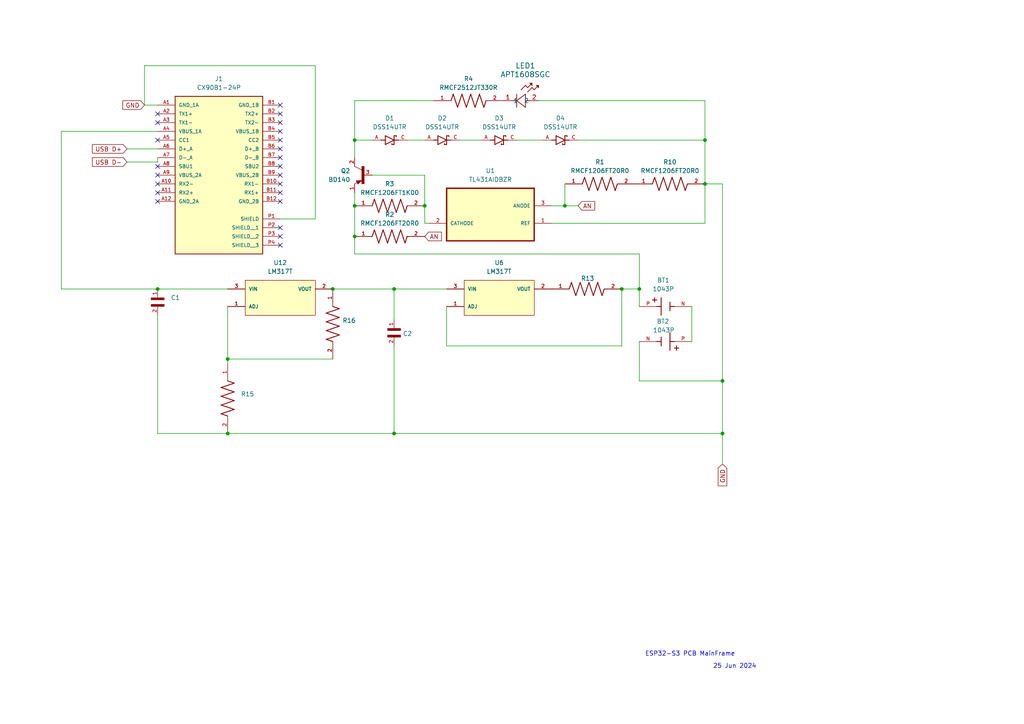
<source format=kicad_sch>
(kicad_sch (version 20231120) (generator "eeschema") (generator_version "8.0")
  (paper "A4")
  (lib_symbols
    (symbol "1043P:1043P" (pin_names (offset 1.016))
      (property "Reference" "BT" (at -3.81 3.81 0))
      (property "Value" "1043P" (at -3.81 -5.08 0))
      (symbol "1043P_0_0"
        (polyline (pts (xy -3.81 1.905) (xy -2.54 1.905)) (stroke (width 0.254)))
        (polyline (pts (xy -3.175 2.54) (xy -3.175 1.27)) (stroke (width 0.254)))
        (polyline (pts (xy -1.27 0) (xy -2.54 0)) (stroke (width 0.254)))
        (polyline (pts (xy -1.27 0) (xy -1.27 -2.54)) (stroke (width 0.254)))
        (polyline (pts (xy -1.27 2.54) (xy -1.27 0)) (stroke (width 0.254)))
        (polyline (pts (xy 1.27 0) (xy 1.27 -1.27)) (stroke (width 0.254)))
        (polyline (pts (xy 1.27 0) (xy 2.54 0)) (stroke (width 0.254)))
        (polyline (pts (xy 1.27 1.27) (xy 1.27 0)) (stroke (width 0.254)))
        (pin passive line (at 7.62 0 180) (length 5.08) (name "~") (number "N"))
        (pin passive line (at -7.62 0 0) (length 5.08) (name "~") (number "P"))
      )
    )
    (symbol "APT1608SGC:APT1608SGC" (pin_names (offset 0.254))
      (property "Reference" "LED" (at 5.08 -4.445 0))
      (property "Value" "APT1608SGC" (at 5.08 -7.62 0))
      (symbol "APT1608SGC_1_1"
        (polyline (pts (xy 3.81 0) (xy 2.54 0)) (stroke (width 0.2032)))
        (polyline (pts (xy 3.81 0) (xy 6.35 -1.905)) (stroke (width 0.2032)))
        (polyline (pts (xy 3.81 1.905) (xy 3.81 -1.905)) (stroke (width 0.2032)))
        (polyline (pts (xy 5.08 3.175) (xy 6.35 4.445)) (stroke (width 0.2032)))
        (polyline (pts (xy 6.35 -1.905) (xy 6.35 1.905)) (stroke (width 0.2032)))
        (polyline (pts (xy 6.35 1.905) (xy 3.81 0)) (stroke (width 0.2032)))
        (polyline (pts (xy 6.35 4.445) (xy 6.985 3.81)) (stroke (width 0.2032)))
        (polyline (pts (xy 6.985 2.54) (xy 8.255 3.81)) (stroke (width 0.2032)))
        (polyline (pts (xy 6.985 3.81) (xy 8.255 5.08)) (stroke (width 0.2032)))
        (polyline (pts (xy 7.62 0) (xy 6.35 0)) (stroke (width 0.2032)))
        (polyline (pts (xy 7.62 5.08) (xy 8.255 4.445)) (stroke (width 0.2032)))
        (polyline (pts (xy 8.255 3.81) (xy 8.89 3.175)) (stroke (width 0.2032)))
        (polyline (pts (xy 8.255 4.445) (xy 8.255 5.08)) (stroke (width 0.2032)))
        (polyline (pts (xy 8.255 5.08) (xy 7.62 5.08)) (stroke (width 0.2032)))
        (polyline (pts (xy 8.89 3.175) (xy 10.16 4.445)) (stroke (width 0.2032)))
        (polyline (pts (xy 9.525 4.445) (xy 10.16 3.81)) (stroke (width 0.2032)))
        (polyline (pts (xy 10.16 3.81) (xy 10.16 4.445)) (stroke (width 0.2032)))
        (polyline (pts (xy 10.16 4.445) (xy 9.525 4.445)) (stroke (width 0.2032)))
        (pin unspecified line (at 0 0 0) (length 2.54) (name "1") (number "1"))
        (pin unspecified line (at 10.16 0 180) (length 2.54) (name "2") (number "2"))
      )
      (symbol "APT1608SGC_1_2"
        (polyline (pts (xy -5.08 -2.54) (xy -4.445 -1.905)) (stroke (width 0.2032)))
        (polyline (pts (xy -5.08 -1.905) (xy -5.08 -2.54)) (stroke (width 0.2032)))
        (polyline (pts (xy -4.445 -3.81) (xy -3.81 -3.175)) (stroke (width 0.2032)))
        (polyline (pts (xy -4.445 -1.905) (xy -5.08 -1.905)) (stroke (width 0.2032)))
        (polyline (pts (xy -4.445 -0.635) (xy -3.81 0)) (stroke (width 0.2032)))
        (polyline (pts (xy -4.445 0) (xy -4.445 -0.635)) (stroke (width 0.2032)))
        (polyline (pts (xy -3.81 -3.175) (xy -5.08 -1.905)) (stroke (width 0.2032)))
        (polyline (pts (xy -3.81 -1.905) (xy -3.175 -1.27)) (stroke (width 0.2032)))
        (polyline (pts (xy -3.81 0) (xy -4.445 0)) (stroke (width 0.2032)))
        (polyline (pts (xy -3.175 -5.08) (xy -4.445 -3.81)) (stroke (width 0.2032)))
        (polyline (pts (xy -3.175 -1.27) (xy -4.445 0)) (stroke (width 0.2032)))
        (polyline (pts (xy -2.54 -3.175) (xy -3.81 -1.905)) (stroke (width 0.2032)))
        (polyline (pts (xy -1.905 -6.35) (xy 1.905 -6.35)) (stroke (width 0.2032)))
        (polyline (pts (xy 0 -7.62) (xy 0 -6.6802)) (stroke (width 0.2032)))
        (polyline (pts (xy 0 -6.985) (xy 0 -6.35)) (stroke (width 0.2032)))
        (polyline (pts (xy 0 -3.81) (xy -1.905 -6.35)) (stroke (width 0.2032)))
        (polyline (pts (xy 0 -3.81) (xy 0 -2.54)) (stroke (width 0.2032)))
        (polyline (pts (xy 1.905 -6.35) (xy 0 -3.81)) (stroke (width 0.2032)))
        (polyline (pts (xy 1.905 -3.81) (xy -1.905 -3.81)) (stroke (width 0.2032)))
        (pin unspecified line (at 0 0 270) (length 2.54) (name "1") (number "1"))
        (pin unspecified line (at 0 -10.16 90) (length 2.54) (name "2") (number "2"))
      )
    )
    (symbol "BD140:BD140" (pin_names (offset 1.016))
      (property "Reference" "Q" (at -10.1838 5.0979 0))
      (property "Value" "BD140" (at -10.1947 -7.6027 0))
      (symbol "BD140_0_0"
        (rectangle (start -0.2544 -2.5441) (end 0.508 2.54) (stroke (width 0.1)) (fill (type outline)))
        (polyline (pts (xy 2.54 -2.54) (xy 0.508 -1.524)) (stroke (width 0.1524)))
        (polyline (pts (xy 2.54 2.54) (xy 1.808 2.124)) (stroke (width 0.1524)))
        (polyline (pts (xy 0.508 1.524) (xy 1.5875 2.6035) (xy 2.0955 1.651) (xy 0.508 1.524)) (stroke (width 0.1524)) (fill (type outline)))
        (pin passive line (at 2.54 5.08 270) (length 2.54) (name "~") (number "1"))
        (pin passive line (at 2.54 -5.08 90) (length 2.54) (name "~") (number "2"))
        (pin passive line (at -2.54 0 0) (length 2.54) (name "~") (number "3"))
      )
    )
    (symbol "CRCW12101K40FKEA:CRCW12101K40FKEA" (pin_names (offset 1.016))
      (property "Reference" "R" (at -7.6244 2.5415 0))
      (property "Value" "CRCW12101K40FKEA" (at -7.63 -5.0866 0))
      (symbol "CRCW12101K40FKEA_0_0"
        (polyline (pts (xy -5.08 0) (xy -4.445 1.905)) (stroke (width 0.254)))
        (polyline (pts (xy -4.445 1.905) (xy -3.175 -1.905)) (stroke (width 0.254)))
        (polyline (pts (xy -3.175 -1.905) (xy -1.905 1.905)) (stroke (width 0.254)))
        (polyline (pts (xy -1.905 1.905) (xy -0.635 -1.905)) (stroke (width 0.254)))
        (polyline (pts (xy -0.635 -1.905) (xy 0.635 1.905)) (stroke (width 0.254)))
        (polyline (pts (xy 0.635 1.905) (xy 1.905 -1.905)) (stroke (width 0.254)))
        (polyline (pts (xy 1.905 -1.905) (xy 3.175 1.905)) (stroke (width 0.254)))
        (polyline (pts (xy 3.175 1.905) (xy 4.445 -1.905)) (stroke (width 0.254)))
        (polyline (pts (xy 4.445 -1.905) (xy 5.08 0)) (stroke (width 0.254)))
        (pin passive line (at -10.16 0 0) (length 5.08) (name "~") (number "1"))
        (pin passive line (at 10.16 0 180) (length 5.08) (name "~") (number "2"))
      )
    )
    (symbol "CRM2512-FX-2R00ELF:CRM2512-FX-2R00ELF" (pin_names (offset 1.016))
      (property "Reference" "R" (at -7.6244 2.5415 0))
      (property "Value" "CRM2512-FX-2R00ELF" (at -7.63 -5.0866 0))
      (symbol "CRM2512-FX-2R00ELF_0_0"
        (polyline (pts (xy -5.08 0) (xy -4.445 1.905)) (stroke (width 0.254)))
        (polyline (pts (xy -4.445 1.905) (xy -3.175 -1.905)) (stroke (width 0.254)))
        (polyline (pts (xy -3.175 -1.905) (xy -1.905 1.905)) (stroke (width 0.254)))
        (polyline (pts (xy -1.905 1.905) (xy -0.635 -1.905)) (stroke (width 0.254)))
        (polyline (pts (xy -0.635 -1.905) (xy 0.635 1.905)) (stroke (width 0.254)))
        (polyline (pts (xy 0.635 1.905) (xy 1.905 -1.905)) (stroke (width 0.254)))
        (polyline (pts (xy 1.905 -1.905) (xy 3.175 1.905)) (stroke (width 0.254)))
        (polyline (pts (xy 3.175 1.905) (xy 4.445 -1.905)) (stroke (width 0.254)))
        (polyline (pts (xy 4.445 -1.905) (xy 5.08 0)) (stroke (width 0.254)))
        (pin passive line (at -10.16 0 0) (length 5.08) (name "~") (number "1"))
        (pin passive line (at 10.16 0 180) (length 5.08) (name "~") (number "2"))
      )
    )
    (symbol "CX90B1-24P:CX90B1-24P" (pin_names (offset 1.016))
      (property "Reference" "J" (at -12.7704 18.3893 0))
      (property "Value" "CX90B1-24P" (at -12.7562 -30.5811 0))
      (symbol "CX90B1-24P_0_0"
        (rectangle (start -12.7 -27.94) (end 12.7 17.78) (stroke (width 0.254)) (fill (type background)))
        (pin power_in line (at -17.78 15.24 0) (length 5.08) (name "GND_1A") (number "A1"))
        (pin input line (at -17.78 -7.62 0) (length 5.08) (name "RX2-") (number "A10"))
        (pin input line (at -17.78 -10.16 0) (length 5.08) (name "RX2+") (number "A11"))
        (pin power_in line (at -17.78 -12.7 0) (length 5.08) (name "GND_2A") (number "A12"))
        (pin output line (at -17.78 12.7 0) (length 5.08) (name "TX1+") (number "A2"))
        (pin output line (at -17.78 10.16 0) (length 5.08) (name "TX1-") (number "A3"))
        (pin power_in line (at -17.78 7.62 0) (length 5.08) (name "VBUS_1A") (number "A4"))
        (pin bidirectional line (at -17.78 5.08 0) (length 5.08) (name "CC1") (number "A5"))
        (pin bidirectional line (at -17.78 2.54 0) (length 5.08) (name "D+_A") (number "A6"))
        (pin bidirectional line (at -17.78 0 0) (length 5.08) (name "D-_A") (number "A7"))
        (pin bidirectional line (at -17.78 -2.54 0) (length 5.08) (name "SBU1") (number "A8"))
        (pin power_in line (at -17.78 -5.08 0) (length 5.08) (name "VBUS_2A") (number "A9"))
        (pin power_in line (at 17.78 15.24 180) (length 5.08) (name "GND_1B") (number "B1"))
        (pin input line (at 17.78 -7.62 180) (length 5.08) (name "RX1-") (number "B10"))
        (pin input line (at 17.78 -10.16 180) (length 5.08) (name "RX1+") (number "B11"))
        (pin power_in line (at 17.78 -12.7 180) (length 5.08) (name "GND_2B") (number "B12"))
        (pin output line (at 17.78 12.7 180) (length 5.08) (name "TX2+") (number "B2"))
        (pin output line (at 17.78 10.16 180) (length 5.08) (name "TX2-") (number "B3"))
        (pin power_in line (at 17.78 7.62 180) (length 5.08) (name "VBUS_1B") (number "B4"))
        (pin bidirectional line (at 17.78 5.08 180) (length 5.08) (name "CC2") (number "B5"))
        (pin bidirectional line (at 17.78 2.54 180) (length 5.08) (name "D+_B") (number "B6"))
        (pin bidirectional line (at 17.78 0 180) (length 5.08) (name "D-_B") (number "B7"))
        (pin bidirectional line (at 17.78 -2.54 180) (length 5.08) (name "SBU2") (number "B8"))
        (pin power_in line (at 17.78 -5.08 180) (length 5.08) (name "VBUS_2B") (number "B9"))
        (pin passive line (at 17.78 -17.78 180) (length 5.08) (name "SHIELD") (number "P1"))
        (pin passive line (at 17.78 -20.32 180) (length 5.08) (name "SHIELD__1") (number "P2"))
        (pin passive line (at 17.78 -22.86 180) (length 5.08) (name "SHIELD__2") (number "P3"))
        (pin passive line (at 17.78 -25.4 180) (length 5.08) (name "SHIELD__3") (number "P4"))
      )
    )
    (symbol "DSS14UTR:DSS14UTR" (pin_names (offset 1.016))
      (property "Reference" "D" (at -5.08 2.54 0))
      (property "Value" "DSS14UTR" (at -5.08 -3.81 0))
      (symbol "DSS14UTR_0_0"
        (polyline (pts (xy -2.54 0) (xy -1.27 0)) (stroke (width 0.254)))
        (polyline (pts (xy -1.27 -1.27) (xy 1.27 0)) (stroke (width 0.254)))
        (polyline (pts (xy -1.27 0) (xy -1.27 -1.27)) (stroke (width 0.254)))
        (polyline (pts (xy -1.27 1.27) (xy -1.27 0)) (stroke (width 0.254)))
        (polyline (pts (xy 0.635 -1.016) (xy 0.635 -1.27)) (stroke (width 0.254)))
        (polyline (pts (xy 1.27 -1.27) (xy 0.635 -1.27)) (stroke (width 0.254)))
        (polyline (pts (xy 1.27 0) (xy -1.27 1.27)) (stroke (width 0.254)))
        (polyline (pts (xy 1.27 0) (xy 1.27 -1.27)) (stroke (width 0.254)))
        (polyline (pts (xy 1.27 1.27) (xy 1.27 0)) (stroke (width 0.254)))
        (polyline (pts (xy 1.905 1.27) (xy 1.27 1.27)) (stroke (width 0.254)))
        (polyline (pts (xy 1.905 1.27) (xy 1.905 1.016)) (stroke (width 0.254)))
        (polyline (pts (xy 2.54 0) (xy 1.27 0)) (stroke (width 0.254)))
        (pin passive line (at -5.08 0 0) (length 2.54) (name "~") (number "A"))
        (pin passive line (at 5.08 0 180) (length 2.54) (name "~") (number "C"))
      )
    )
    (symbol "JMK325ABJ107MM-P:JMK325ABJ107MM-P" (pin_names (offset 1.016))
      (property "Reference" "C" (at 0 3.8109 0))
      (property "Value" "JMK325ABJ107MM-P" (at 0 -5.0885 0))
      (symbol "JMK325ABJ107MM-P_0_0"
        (rectangle (start 0 -1.9069) (end 0.635 1.905) (stroke (width 0.1)) (fill (type outline)))
        (rectangle (start 1.9069 -1.9069) (end 2.54 1.905) (stroke (width 0.1)) (fill (type outline)))
        (pin passive line (at -2.54 0 0) (length 2.54) (name "~") (number "1"))
        (pin passive line (at 5.08 0 180) (length 2.54) (name "~") (number "2"))
      )
    )
    (symbol "LM317T:LM317T" (pin_names (offset 1.016))
      (property "Reference" "VR" (at -10.16 6.35 0))
      (property "Value" "LM317T" (at -10.16 -7.62 0))
      (symbol "LM317T_0_0"
        (rectangle (start -10.16 -5.08) (end 10.16 5.08) (stroke (width 0.1524)) (fill (type background)))
        (pin input line (at -15.24 -2.54 0) (length 5.08) (name "ADJ") (number "1"))
        (pin output line (at 15.24 2.54 180) (length 5.08) (name "VOUT") (number "2"))
        (pin input line (at -15.24 2.54 0) (length 5.08) (name "VIN") (number "3"))
      )
    )
    (symbol "RMCF1206FT1K00:RMCF1206FT1K00" (pin_names (offset 1.016))
      (property "Reference" "R" (at -7.6244 2.5415 0))
      (property "Value" "RMCF1206FT1K00" (at -7.63 -5.0866 0))
      (symbol "RMCF1206FT1K00_0_0"
        (polyline (pts (xy -5.08 0) (xy -4.445 1.905)) (stroke (width 0.254)))
        (polyline (pts (xy -4.445 1.905) (xy -3.175 -1.905)) (stroke (width 0.254)))
        (polyline (pts (xy -3.175 -1.905) (xy -1.905 1.905)) (stroke (width 0.254)))
        (polyline (pts (xy -1.905 1.905) (xy -0.635 -1.905)) (stroke (width 0.254)))
        (polyline (pts (xy -0.635 -1.905) (xy 0.635 1.905)) (stroke (width 0.254)))
        (polyline (pts (xy 0.635 1.905) (xy 1.905 -1.905)) (stroke (width 0.254)))
        (polyline (pts (xy 1.905 -1.905) (xy 3.175 1.905)) (stroke (width 0.254)))
        (polyline (pts (xy 3.175 1.905) (xy 4.445 -1.905)) (stroke (width 0.254)))
        (polyline (pts (xy 4.445 -1.905) (xy 5.08 0)) (stroke (width 0.254)))
        (pin passive line (at -10.16 0 0) (length 5.08) (name "~") (number "1"))
        (pin passive line (at 10.16 0 180) (length 5.08) (name "~") (number "2"))
      )
    )
    (symbol "RMCF1206FT20R0:RMCF1206FT20R0" (pin_names (offset 1.016))
      (property "Reference" "R" (at -7.6244 2.5415 0))
      (property "Value" "RMCF1206FT20R0" (at -7.63 -5.0866 0))
      (symbol "RMCF1206FT20R0_0_0"
        (polyline (pts (xy -5.08 0) (xy -4.445 1.905)) (stroke (width 0.254)))
        (polyline (pts (xy -4.445 1.905) (xy -3.175 -1.905)) (stroke (width 0.254)))
        (polyline (pts (xy -3.175 -1.905) (xy -1.905 1.905)) (stroke (width 0.254)))
        (polyline (pts (xy -1.905 1.905) (xy -0.635 -1.905)) (stroke (width 0.254)))
        (polyline (pts (xy -0.635 -1.905) (xy 0.635 1.905)) (stroke (width 0.254)))
        (polyline (pts (xy 0.635 1.905) (xy 1.905 -1.905)) (stroke (width 0.254)))
        (polyline (pts (xy 1.905 -1.905) (xy 3.175 1.905)) (stroke (width 0.254)))
        (polyline (pts (xy 3.175 1.905) (xy 4.445 -1.905)) (stroke (width 0.254)))
        (polyline (pts (xy 4.445 -1.905) (xy 5.08 0)) (stroke (width 0.254)))
        (pin passive line (at -10.16 0 0) (length 5.08) (name "~") (number "1"))
        (pin passive line (at 10.16 0 180) (length 5.08) (name "~") (number "2"))
      )
    )
    (symbol "RMCF2512JT330R:RMCF2512JT330R" (pin_names (offset 1.016))
      (property "Reference" "R" (at -7.6244 2.5415 0))
      (property "Value" "RMCF2512JT330R" (at -7.63 -5.0866 0))
      (symbol "RMCF2512JT330R_0_0"
        (polyline (pts (xy -5.08 0) (xy -4.445 1.905)) (stroke (width 0.254)))
        (polyline (pts (xy -4.445 1.905) (xy -3.175 -1.905)) (stroke (width 0.254)))
        (polyline (pts (xy -3.175 -1.905) (xy -1.905 1.905)) (stroke (width 0.254)))
        (polyline (pts (xy -1.905 1.905) (xy -0.635 -1.905)) (stroke (width 0.254)))
        (polyline (pts (xy -0.635 -1.905) (xy 0.635 1.905)) (stroke (width 0.254)))
        (polyline (pts (xy 0.635 1.905) (xy 1.905 -1.905)) (stroke (width 0.254)))
        (polyline (pts (xy 1.905 -1.905) (xy 3.175 1.905)) (stroke (width 0.254)))
        (polyline (pts (xy 3.175 1.905) (xy 4.445 -1.905)) (stroke (width 0.254)))
        (polyline (pts (xy 4.445 -1.905) (xy 5.08 0)) (stroke (width 0.254)))
        (pin passive line (at -10.16 0 0) (length 5.08) (name "~") (number "1"))
        (pin passive line (at 10.16 0 180) (length 5.08) (name "~") (number "2"))
      )
    )
    (symbol "RMCF2512JT3K30:RMCF2512JT3K30" (pin_names (offset 1.016))
      (property "Reference" "R" (at -7.6244 2.5415 0))
      (property "Value" "RMCF2512JT3K30" (at -7.63 -5.0866 0))
      (symbol "RMCF2512JT3K30_0_0"
        (polyline (pts (xy -5.08 0) (xy -4.445 1.905)) (stroke (width 0.254)))
        (polyline (pts (xy -4.445 1.905) (xy -3.175 -1.905)) (stroke (width 0.254)))
        (polyline (pts (xy -3.175 -1.905) (xy -1.905 1.905)) (stroke (width 0.254)))
        (polyline (pts (xy -1.905 1.905) (xy -0.635 -1.905)) (stroke (width 0.254)))
        (polyline (pts (xy -0.635 -1.905) (xy 0.635 1.905)) (stroke (width 0.254)))
        (polyline (pts (xy 0.635 1.905) (xy 1.905 -1.905)) (stroke (width 0.254)))
        (polyline (pts (xy 1.905 -1.905) (xy 3.175 1.905)) (stroke (width 0.254)))
        (polyline (pts (xy 3.175 1.905) (xy 4.445 -1.905)) (stroke (width 0.254)))
        (polyline (pts (xy 4.445 -1.905) (xy 5.08 0)) (stroke (width 0.254)))
        (pin passive line (at -10.16 0 0) (length 5.08) (name "~") (number "1"))
        (pin passive line (at 10.16 0 180) (length 5.08) (name "~") (number "2"))
      )
    )
    (symbol "TL431AIDBZR:TL431AIDBZR" (pin_names (offset 1.016))
      (property "Reference" "U" (at -5.3692 9.1352 0))
      (property "Value" "TL431AIDBZR" (at -3.4913 -13.7103 0))
      (symbol "TL431AIDBZR_0_0"
        (rectangle (start -12.7 -10.16) (end 12.7 5.08) (stroke (width 0.4064)) (fill (type background)))
        (pin power_in line (at -17.78 0 0) (length 5.08) (name "REF") (number "1"))
        (pin passive line (at 17.78 0 180) (length 5.08) (name "CATHODE") (number "2"))
        (pin passive line (at -17.78 -5.08 0) (length 5.08) (name "ANODE") (number "3"))
      )
    )
  )
  (junction (at 114.3 125.73))
  (junction (at 66.04 125.73))
  (junction (at 209.55 125.73))
  (junction (at 123.19 59.69))
  (junction (at 45.72 83.82))
  (junction (at 209.55 110.49))
  (junction (at 66.04 104.14))
  (junction (at 102.87 59.69))
  (junction (at 204.47 40.64))
  (junction (at 163.83 59.69))
  (junction (at 180.34 83.82))
  (junction (at 185.42 83.82))
  (junction (at 102.87 40.64))
  (junction (at 204.47 53.34))
  (junction (at 102.87 68.58))
  (junction (at 114.3 83.82))
  (junction (at 96.52 83.82))
  (no_connect (at 81.28 48.26))
  (no_connect (at 81.28 50.8))
  (no_connect (at 81.28 53.34))
  (no_connect (at 45.72 35.56))
  (no_connect (at 81.28 55.88))
  (no_connect (at 81.28 71.12))
  (no_connect (at 45.72 58.42))
  (no_connect (at 81.28 45.72))
  (no_connect (at 81.28 58.42))
  (no_connect (at 81.28 68.58))
  (no_connect (at 81.28 30.48))
  (no_connect (at 45.72 33.02))
  (no_connect (at 45.72 48.26))
  (no_connect (at 45.72 40.64))
  (no_connect (at 45.72 55.88))
  (no_connect (at 45.72 53.34))
  (no_connect (at 81.28 40.64))
  (no_connect (at 81.28 66.04))
  (no_connect (at 81.28 38.1))
  (no_connect (at 45.72 50.8))
  (no_connect (at 81.28 35.56))
  (no_connect (at 81.28 33.02))
  (no_connect (at 81.28 43.18))
  (wire (pts (xy 133.35 40.64) (xy 139.7 40.64)))
  (wire (pts (xy 163.83 59.69) (xy 160.02 59.69)))
  (wire (pts (xy 41.91 30.48) (xy 45.72 30.48)))
  (wire (pts (xy 66.04 125.73) (xy 45.72 125.73)))
  (wire (pts (xy 102.87 29.21) (xy 125.73 29.21)))
  (wire (pts (xy 185.42 99.06) (xy 185.42 110.49)))
  (wire (pts (xy 118.11 40.64) (xy 123.19 40.64)))
  (wire (pts (xy 107.95 50.8) (xy 123.19 50.8)))
  (wire (pts (xy 66.04 104.14) (xy 96.52 104.14)))
  (wire (pts (xy 123.19 50.8) (xy 123.19 59.69)))
  (wire (pts (xy 204.47 64.77) (xy 204.47 53.34)))
  (wire (pts (xy 167.64 40.64) (xy 204.47 40.64)))
  (wire (pts (xy 114.3 83.82) (xy 129.54 83.82)))
  (wire (pts (xy 129.54 88.9) (xy 129.54 100.33)))
  (wire (pts (xy 185.42 110.49) (xy 209.55 110.49)))
  (wire (pts (xy 91.44 63.5) (xy 91.44 19.05)))
  (wire (pts (xy 102.87 59.69) (xy 102.87 68.58)))
  (wire (pts (xy 114.3 125.73) (xy 209.55 125.73)))
  (wire (pts (xy 41.91 19.05) (xy 41.91 30.48)))
  (wire (pts (xy 102.87 55.88) (xy 102.87 59.69)))
  (wire (pts (xy 204.47 29.21) (xy 204.47 40.64)))
  (wire (pts (xy 114.3 83.82) (xy 114.3 92.71)))
  (wire (pts (xy 204.47 40.64) (xy 204.47 53.34)))
  (wire (pts (xy 160.02 64.77) (xy 204.47 64.77)))
  (wire (pts (xy 45.72 91.44) (xy 45.72 125.73)))
  (wire (pts (xy 102.87 45.72) (xy 102.87 40.64)))
  (wire (pts (xy 102.87 68.58) (xy 102.87 73.66)))
  (wire (pts (xy 123.19 64.77) (xy 123.19 59.69)))
  (wire (pts (xy 81.28 63.5) (xy 91.44 63.5)))
  (wire (pts (xy 17.78 38.1) (xy 17.78 83.82)))
  (wire (pts (xy 114.3 100.33) (xy 114.3 125.73)))
  (wire (pts (xy 149.86 40.64) (xy 157.48 40.64)))
  (wire (pts (xy 185.42 73.66) (xy 102.87 73.66)))
  (wire (pts (xy 185.42 88.9) (xy 185.42 83.82)))
  (wire (pts (xy 114.3 125.73) (xy 66.04 125.73)))
  (wire (pts (xy 102.87 40.64) (xy 107.95 40.64)))
  (wire (pts (xy 36.83 46.99) (xy 45.72 46.99)))
  (wire (pts (xy 129.54 100.33) (xy 180.34 100.33)))
  (wire (pts (xy 167.64 59.69) (xy 163.83 59.69)))
  (wire (pts (xy 163.83 53.34) (xy 163.83 59.69)))
  (wire (pts (xy 91.44 19.05) (xy 41.91 19.05)))
  (wire (pts (xy 66.04 104.14) (xy 66.04 88.9)))
  (wire (pts (xy 123.19 64.77) (xy 124.46 64.77)))
  (wire (pts (xy 45.72 38.1) (xy 17.78 38.1)))
  (wire (pts (xy 185.42 83.82) (xy 185.42 73.66)))
  (wire (pts (xy 17.78 83.82) (xy 45.72 83.82)))
  (wire (pts (xy 102.87 40.64) (xy 102.87 29.21)))
  (wire (pts (xy 96.52 83.82) (xy 114.3 83.82)))
  (wire (pts (xy 200.66 88.9) (xy 200.66 99.06)))
  (wire (pts (xy 185.42 83.82) (xy 180.34 83.82)))
  (wire (pts (xy 209.55 53.34) (xy 209.55 110.49)))
  (wire (pts (xy 156.21 29.21) (xy 204.47 29.21)))
  (wire (pts (xy 36.83 43.18) (xy 45.72 43.18)))
  (wire (pts (xy 45.72 46.99) (xy 45.72 45.72)))
  (wire (pts (xy 204.47 53.34) (xy 209.55 53.34)))
  (wire (pts (xy 209.55 110.49) (xy 209.55 125.73)))
  (wire (pts (xy 209.55 125.73) (xy 209.55 134.62)))
  (wire (pts (xy 45.72 83.82) (xy 66.04 83.82)))
  (wire (pts (xy 180.34 100.33) (xy 180.34 83.82)))
  (wire (pts (xy 66.04 105.41) (xy 66.04 104.14)))
  (text "ESP32-S3 PCB MainFrame" (at 200.152 189.738 0) (effects (font (size 1.27 1.27))))
  (text "25 Jun 2024" (at 213.106 193.294 0) (effects (font (size 1.27 1.27))))
  (global_label "AN" (shape input) (at 167.64 59.69 0) (property "Intersheetrefs" "${INTERSHEET_REFS}" (effects (hide yes))))
  (global_label "USB D-" (shape input) (at 36.83 46.99 180) (property "Intersheetrefs" "${INTERSHEET_REFS}" (effects (hide yes))))
  (global_label "GND" (shape input) (at 209.55 134.62 270) (property "Intersheetrefs" "${INTERSHEET_REFS}" (effects (hide yes))))
  (global_label "AN" (shape input) (at 123.19 68.58 0) (property "Intersheetrefs" "${INTERSHEET_REFS}" (effects (hide yes))))
  (global_label "USB D+" (shape input) (at 36.83 43.18 180) (property "Intersheetrefs" "${INTERSHEET_REFS}" (effects (hide yes))))
  (global_label "GND" (shape input) (at 41.91 30.48 180) (property "Intersheetrefs" "${INTERSHEET_REFS}" (effects (hide yes))))
  (symbol (lib_id "CRCW12101K40FKEA:CRCW12101K40FKEA") (at 96.52 93.98 270) (unit 1)
    (property "Reference" "R16" (at 99.314 92.964 90) (effects (justify left)))
    (property "Value" "CRCW12101K40FKEA" (effects (hide yes)))
    (property "Footprint" "CRCW12101K40FKEA:RESC3225X60N" (effects (hide yes)))
  )
  (symbol (lib_id "RMCF2512JT330R:RMCF2512JT330R") (at 135.89 29.21 0) (unit 1)
    (property "Reference" "R4" (at 135.89 22.86 0))
    (property "Value" "RMCF2512JT330R" (at 135.89 25.4 0))
    (property "Footprint" "RMCF2512JT330R:RESC6332X70N" (effects (hide yes)))
  )
  (symbol (lib_id "APT1608SGC:APT1608SGC") (at 146.05 29.21 0) (unit 1)
    (property "Reference" "LED1" (at 152.4 19.05 0) (effects (font (size 1.524 1.524))))
    (property "Value" "APT1608SGC" (at 152.4 21.59 0) (effects (font (size 1.524 1.524))))
    (property "Footprint" "Footprints:LED_APT1608SGC_KNB" (effects (hide yes)))
    (property "Datasheet" "APT1608SGC" (effects (hide yes)))
  )
  (symbol (lib_id "JMK325ABJ107MM-P:JMK325ABJ107MM-P") (at 114.3 95.25 270) (unit 1)
    (property "Reference" "C2" (at 116.84 96.774 90) (effects (justify left)))
    (property "Value" "JMK325ABJ107MM-P" (effects (hide yes)))
    (property "Footprint" "Footprints:CAPC3225X280N" (effects (hide yes)))
  )
  (symbol (lib_id "DSS14UTR:DSS14UTR") (at 144.78 40.64 0) (unit 1)
    (property "Reference" "D3" (at 144.78 34.29 0))
    (property "Value" "DSS14UTR" (at 144.78 36.83 0))
    (property "Footprint" "DSS14UTR:SODFL3618X110N" (effects (hide yes)))
    (property "MF" "SMC Diode Solutions" (effects (hide yes)))
    (property "Description_1" "\nDiode Schottky 40 V 1A Surface Mount SOD-123FL\n" (effects (hide yes)))
    (property "Package" "SOD-123F SMC Diode Solutions" (effects (hide yes)))
    (property "Price" "None" (effects (hide yes)))
    (property "Check_prices" "https://www.snapeda.com/parts/DSS14UTR/SMC+Diode+Solutions/view-part/?ref=eda" (effects (hide yes)))
    (property "SnapEDA_Link" "https://www.snapeda.com/parts/DSS14UTR/SMC+Diode+Solutions/view-part/?ref=snap" (effects (hide yes)))
    (property "MP" "DSS14UTR" (effects (hide yes)))
    (property "Availability" "In Stock" (effects (hide yes)))
    (property "Purchase-URL" "https://pricing.snapeda.com/search/part/DSS14UTR/?ref=eda" (effects (hide yes)))
  )
  (symbol (lib_id "RMCF1206FT20R0:RMCF1206FT20R0") (at 113.03 68.58 0) (unit 1)
    (property "Reference" "R2" (at 113.03 62.23 0))
    (property "Value" "RMCF1206FT20R0" (at 113.03 64.77 0))
    (property "Footprint" "RMCF1206FT20R0:RESC3216X70N" (effects (hide yes)))
  )
  (symbol (lib_id "1043P:1043P") (at 193.04 88.9 0) (unit 1)
    (property "Reference" "BT1" (at 192.405 81.28 0))
    (property "Value" "1043P" (at 192.405 83.82 0))
    (property "Footprint" "1043P:BAT_1043P" (effects (hide yes)))
    (property "PARTREV" "D" (effects (hide yes)))
    (property "STANDARD" "Manufacturer Recommendations" (effects (hide yes)))
    (property "SNAPEDA_PN" "1043P" (effects (hide yes)))
    (property "MAXIMUM_PACKAGE_HEIGHT" "15.11mm" (effects (hide yes)))
    (property "MANUFACTURER" "Keystone" (effects (hide yes)))
  )
  (symbol (lib_id "CRM2512-FX-2R00ELF:CRM2512-FX-2R00ELF") (at 170.18 83.82 0) (unit 1)
    (property "Reference" "R13" (at 170.434 80.772 0))
    (property "Value" "CRM2512-FX-2R00ELF" (effects (hide yes)))
    (property "Footprint" "Footprints:RESC6331X80N" (effects (hide yes)))
  )
  (symbol (lib_id "RMCF1206FT20R0:RMCF1206FT20R0") (at 173.99 53.34 0) (unit 1)
    (property "Reference" "R1" (at 173.99 46.99 0))
    (property "Value" "RMCF1206FT20R0" (at 173.99 49.53 0))
    (property "Footprint" "RMCF1206FT20R0:RESC3216X70N" (effects (hide yes)))
  )
  (symbol (lib_id "RMCF1206FT1K00:RMCF1206FT1K00") (at 113.03 59.69 0) (unit 1)
    (property "Reference" "R3" (at 113.03 53.34 0))
    (property "Value" "RMCF1206FT1K00" (at 113.03 55.88 0))
    (property "Footprint" "RMCF1206FT1K00:RESC3216X70N" (effects (hide yes)))
  )
  (symbol (lib_id "LM317T:LM317T") (at 81.28 86.36 0) (unit 1)
    (property "Reference" "U12" (at 81.28 76.2 0))
    (property "Value" "LM317T" (at 81.28 78.74 0))
    (property "Footprint" "Footprints:TO254P1054X470X1955-3" (effects (hide yes)))
    (property "PARTREV" "L" (effects (hide yes)))
    (property "MANUFACTURER" "Texas Instruments" (effects (hide yes)))
    (property "MAXIMUM_PACKAGE_HEIGHT" "19.55 mm" (effects (hide yes)))
    (property "STANDARD" "IPC-7351B" (effects (hide yes)))
  )
  (symbol (lib_id "RMCF1206FT20R0:RMCF1206FT20R0") (at 194.31 53.34 0) (unit 1)
    (property "Reference" "R10" (at 194.31 46.99 0))
    (property "Value" "RMCF1206FT20R0" (at 194.31 49.53 0))
    (property "Footprint" "RMCF1206FT20R0:RESC3216X70N" (effects (hide yes)))
  )
  (symbol (lib_id "JMK325ABJ107MM-P:JMK325ABJ107MM-P") (at 45.72 86.36 270) (unit 1)
    (property "Reference" "C1" (at 49.53 86.3599 90) (effects (justify left)))
    (property "Value" "JMK325ABJ107MM-P" (effects (hide yes)))
    (property "Footprint" "Footprints:CAPC3225X280N" (effects (hide yes)))
  )
  (symbol (lib_id "TL431AIDBZR:TL431AIDBZR") (at 142.24 64.77 180) (unit 1)
    (property "Reference" "U1" (at 142.24 49.53 0))
    (property "Value" "TL431AIDBZR" (at 142.24 52.07 0))
    (property "Footprint" "TL431AIDBZR:SOT95P237X112-3N" (effects (hide yes)))
    (property "SUPPLIER" "Texas Instruments" (effects (hide yes)))
    (property "OC_FARNELL" "1764815" (effects (hide yes)))
    (property "OC_NEWARK" "44J2402" (effects (hide yes)))
    (property "MPN" "TL431AIDBZR" (effects (hide yes)))
    (property "PACKAGE" "SOT23-3" (effects (hide yes)))
  )
  (symbol (lib_id "DSS14UTR:DSS14UTR") (at 113.03 40.64 0) (unit 1)
    (property "Reference" "D1" (at 113.03 34.29 0))
    (property "Value" "DSS14UTR" (at 113.03 36.83 0))
    (property "Footprint" "DSS14UTR:SODFL3618X110N" (effects (hide yes)))
    (property "MF" "SMC Diode Solutions" (effects (hide yes)))
    (property "Description_1" "\nDiode Schottky 40 V 1A Surface Mount SOD-123FL\n" (effects (hide yes)))
    (property "Package" "SOD-123F SMC Diode Solutions" (effects (hide yes)))
    (property "Price" "None" (effects (hide yes)))
    (property "Check_prices" "https://www.snapeda.com/parts/DSS14UTR/SMC+Diode+Solutions/view-part/?ref=eda" (effects (hide yes)))
    (property "SnapEDA_Link" "https://www.snapeda.com/parts/DSS14UTR/SMC+Diode+Solutions/view-part/?ref=snap" (effects (hide yes)))
    (property "MP" "DSS14UTR" (effects (hide yes)))
    (property "Availability" "In Stock" (effects (hide yes)))
    (property "Purchase-URL" "https://pricing.snapeda.com/search/part/DSS14UTR/?ref=eda" (effects (hide yes)))
  )
  (symbol (lib_id "BD140:BD140") (at 105.41 50.8 180) (unit 1)
    (property "Reference" "Q2" (at 101.6 49.5616 0) (effects (justify left)))
    (property "Value" "BD140" (at 101.6 52.1016 0) (effects (justify left)))
    (property "Footprint" "Footprints:TO229P760X270X1364-3" (effects (hide yes)))
    (property "PARTREV" "16" (effects (hide yes)))
    (property "MANUFACTURER" "ON Semiconductor" (effects (hide yes)))
    (property "MAXIMUM_PACKAGE_HEIGHT" "13.64 mm" (effects (hide yes)))
    (property "STANDARD" "IPC 7351B" (effects (hide yes)))
  )
  (symbol (lib_id "DSS14UTR:DSS14UTR") (at 128.27 40.64 0) (unit 1)
    (property "Reference" "D2" (at 128.27 34.29 0))
    (property "Value" "DSS14UTR" (at 128.27 36.83 0))
    (property "Footprint" "DSS14UTR:SODFL3618X110N" (effects (hide yes)))
    (property "MF" "SMC Diode Solutions" (effects (hide yes)))
    (property "Description_1" "\nDiode Schottky 40 V 1A Surface Mount SOD-123FL\n" (effects (hide yes)))
    (property "Package" "SOD-123F SMC Diode Solutions" (effects (hide yes)))
    (property "Price" "None" (effects (hide yes)))
    (property "Check_prices" "https://www.snapeda.com/parts/DSS14UTR/SMC+Diode+Solutions/view-part/?ref=eda" (effects (hide yes)))
    (property "SnapEDA_Link" "https://www.snapeda.com/parts/DSS14UTR/SMC+Diode+Solutions/view-part/?ref=snap" (effects (hide yes)))
    (property "MP" "DSS14UTR" (effects (hide yes)))
    (property "Availability" "In Stock" (effects (hide yes)))
    (property "Purchase-URL" "https://pricing.snapeda.com/search/part/DSS14UTR/?ref=eda" (effects (hide yes)))
  )
  (symbol (lib_id "1043P:1043P") (at 193.04 99.06 180) (unit 1)
    (property "Reference" "BT2" (at 192.278 93.218 0))
    (property "Value" "1043P" (at 192.532 95.758 0))
    (property "Footprint" "Footprints:BAT_1043P" (effects (hide yes)))
    (property "PARTREV" "D" (effects (hide yes)))
    (property "STANDARD" "Manufacturer Recommendations" (effects (hide yes)))
    (property "SNAPEDA_PN" "1043P" (effects (hide yes)))
    (property "MAXIMUM_PACKAGE_HEIGHT" "15.11mm" (effects (hide yes)))
    (property "MANUFACTURER" "Keystone" (effects (hide yes)))
  )
  (symbol (lib_id "DSS14UTR:DSS14UTR") (at 162.56 40.64 0) (unit 1)
    (property "Reference" "D4" (at 162.56 34.29 0))
    (property "Value" "DSS14UTR" (at 162.56 36.83 0))
    (property "Footprint" "DSS14UTR:SODFL3618X110N" (effects (hide yes)))
    (property "MF" "SMC Diode Solutions" (effects (hide yes)))
    (property "Description_1" "\nDiode Schottky 40 V 1A Surface Mount SOD-123FL\n" (effects (hide yes)))
    (property "Package" "SOD-123F SMC Diode Solutions" (effects (hide yes)))
    (property "Price" "None" (effects (hide yes)))
    (property "Check_prices" "https://www.snapeda.com/parts/DSS14UTR/SMC+Diode+Solutions/view-part/?ref=eda" (effects (hide yes)))
    (property "SnapEDA_Link" "https://www.snapeda.com/parts/DSS14UTR/SMC+Diode+Solutions/view-part/?ref=snap" (effects (hide yes)))
    (property "MP" "DSS14UTR" (effects (hide yes)))
    (property "Availability" "In Stock" (effects (hide yes)))
    (property "Purchase-URL" "https://pricing.snapeda.com/search/part/DSS14UTR/?ref=eda" (effects (hide yes)))
  )
  (symbol (lib_id "LM317T:LM317T") (at 144.78 86.36 0) (unit 1)
    (property "Reference" "U6" (at 144.78 76.2 0))
    (property "Value" "LM317T" (at 144.78 78.74 0))
    (property "Footprint" "Footprints:TO254P1054X470X1955-3" (effects (hide yes)))
    (property "PARTREV" "L" (effects (hide yes)))
    (property "MANUFACTURER" "Texas Instruments" (effects (hide yes)))
    (property "MAXIMUM_PACKAGE_HEIGHT" "19.55 mm" (effects (hide yes)))
    (property "STANDARD" "IPC-7351B" (effects (hide yes)))
  )
  (symbol (lib_id "RMCF2512JT3K30:RMCF2512JT3K30") (at 66.04 115.57 270) (unit 1)
    (property "Reference" "R15" (at 69.85 114.2999 90) (effects (justify left)))
    (property "Value" "RMCF2512JT3K30" (effects (hide yes)))
    (property "Footprint" "RMCF2512JT3K30:RESC6332X70N" (effects (hide yes)))
  )
  (symbol (lib_id "CX90B1-24P:CX90B1-24P") (at 63.5 45.72 0) (unit 1)
    (property "Reference" "J1" (at 63.5 22.86 0))
    (property "Value" "CX90B1-24P" (at 63.5 25.4 0))
    (property "Footprint" "Footprints:HRS_CX90B1-24P" (effects (hide yes)))
    (property "PARTREV" "30/01/18" (effects (hide yes)))
    (property "STANDARD" "Manufacturer Recommendations" (effects (hide yes)))
    (property "MAXIMUM_PACKAGE_HEIGHT" "3.29mm" (effects (hide yes)))
    (property "MANUFACTURER" "HRS" (effects (hide yes)))
  )
)
</source>
